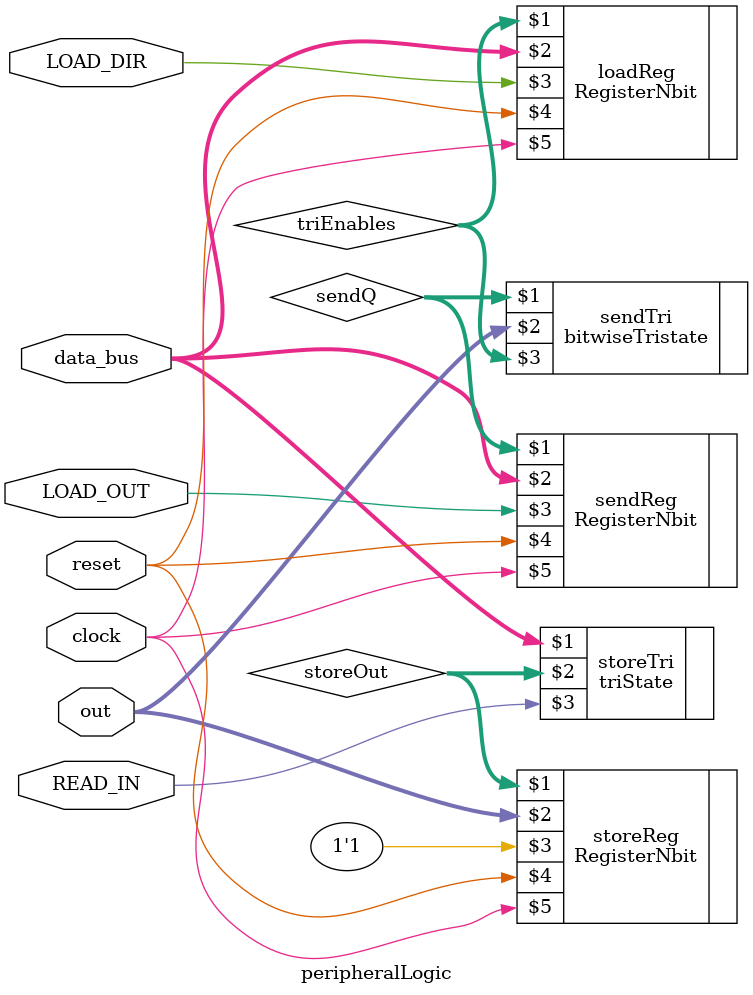
<source format=v>
module peripheralLogic(data_bus, out, READ_IN, LOAD_OUT, LOAD_DIR, clock, reset);
parameter N = 64;
inout [N-1:0] data_bus;
inout [N-1:0] out;
input READ_IN;
input LOAD_OUT;
input LOAD_DIR;
input clock;
input reset; 

wire [N-1:0] storeOut;
wire [N-1:0] data_bus;
wire [N-1:0] out; 
wire [N-1:0] triEnables;
wire [N-1:0] sendQ;

triState storeTri (data_bus, storeOut, READ_IN);
defparam storeTri.N = N;

bitwiseTristate sendTri(sendQ, out, triEnables);
defparam sendTri.N = N;

RegisterNbit storeReg (storeOut, out, 1'b1, reset, clock);
defparam storeReg.N = N;

RegisterNbit sendReg (sendQ, data_bus, LOAD_OUT, reset, clock);
defparam sendReg.N = N;

RegisterNbit loadReg (triEnables, data_bus, LOAD_DIR, reset, clock);
defparam loadReg.N = N;

endmodule
</source>
